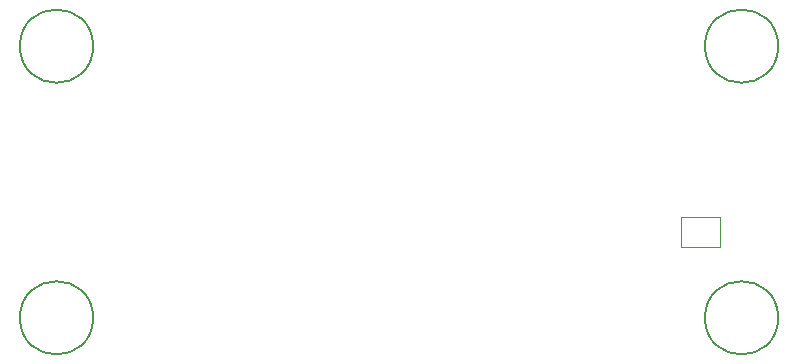
<source format=gbr>
G04 #@! TF.GenerationSoftware,KiCad,Pcbnew,(5.1.10-1-10_14)*
G04 #@! TF.CreationDate,2021-06-08T22:44:31-04:00*
G04 #@! TF.ProjectId,tr109-sensorboard,74723130-392d-4736-956e-736f72626f61,3*
G04 #@! TF.SameCoordinates,Original*
G04 #@! TF.FileFunction,Other,User*
%FSLAX46Y46*%
G04 Gerber Fmt 4.6, Leading zero omitted, Abs format (unit mm)*
G04 Created by KiCad (PCBNEW (5.1.10-1-10_14)) date 2021-06-08 22:44:31*
%MOMM*%
%LPD*%
G01*
G04 APERTURE LIST*
%ADD10C,0.050000*%
%ADD11C,0.150000*%
G04 APERTURE END LIST*
D10*
X156934900Y-115842100D02*
X160234900Y-115842100D01*
X156934900Y-115842100D02*
X156934900Y-113342100D01*
X160234900Y-113342100D02*
X160234900Y-115842100D01*
X160234900Y-113342100D02*
X156934900Y-113342100D01*
D11*
X165154000Y-98860000D02*
G75*
G03*
X165154000Y-98860000I-3100000J0D01*
G01*
X107154000Y-121860000D02*
G75*
G03*
X107154000Y-121860000I-3100000J0D01*
G01*
X107154000Y-98860000D02*
G75*
G03*
X107154000Y-98860000I-3100000J0D01*
G01*
X165154000Y-121860000D02*
G75*
G03*
X165154000Y-121860000I-3100000J0D01*
G01*
M02*

</source>
